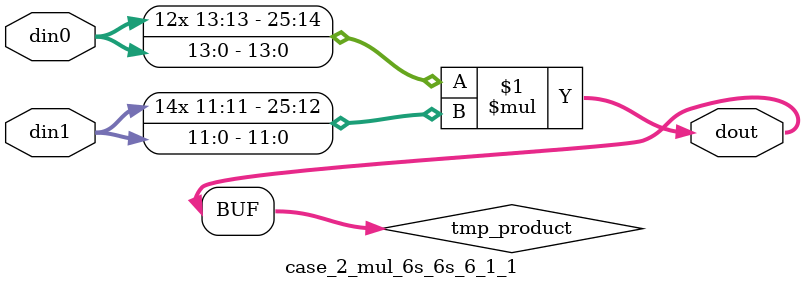
<source format=v>

`timescale 1 ns / 1 ps

 module case_2_mul_6s_6s_6_1_1(din0, din1, dout);
parameter ID = 1;
parameter NUM_STAGE = 0;
parameter din0_WIDTH = 14;
parameter din1_WIDTH = 12;
parameter dout_WIDTH = 26;

input [din0_WIDTH - 1 : 0] din0; 
input [din1_WIDTH - 1 : 0] din1; 
output [dout_WIDTH - 1 : 0] dout;

wire signed [dout_WIDTH - 1 : 0] tmp_product;



























assign tmp_product = $signed(din0) * $signed(din1);








assign dout = tmp_product;





















endmodule

</source>
